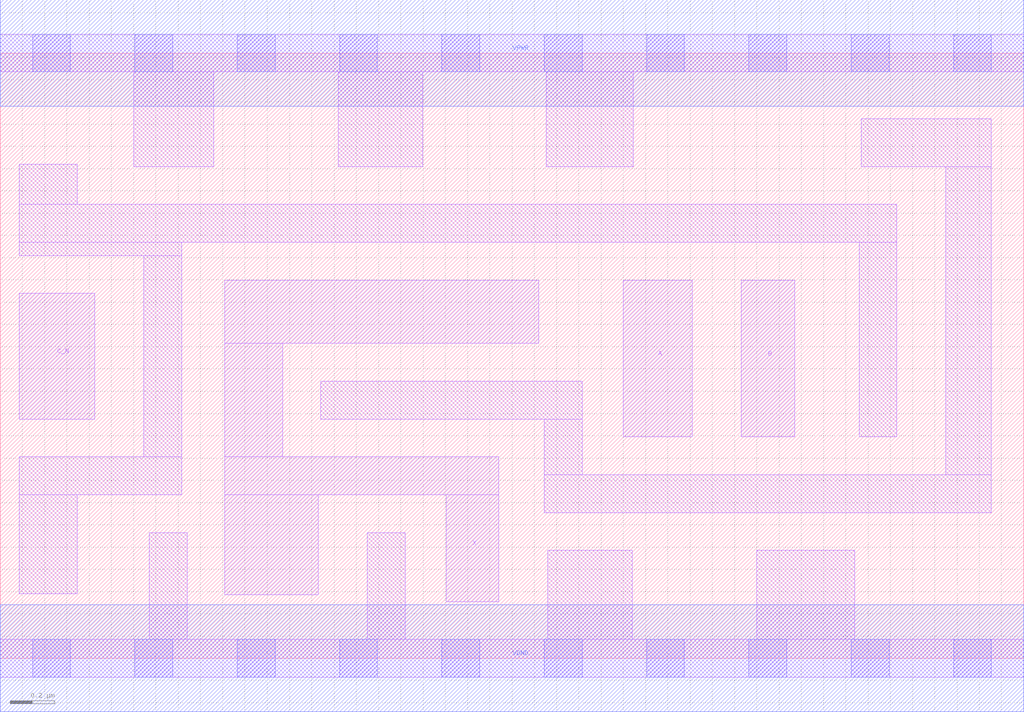
<source format=lef>
# Copyright 2020 The SkyWater PDK Authors
#
# Licensed under the Apache License, Version 2.0 (the "License");
# you may not use this file except in compliance with the License.
# You may obtain a copy of the License at
#
#     https://www.apache.org/licenses/LICENSE-2.0
#
# Unless required by applicable law or agreed to in writing, software
# distributed under the License is distributed on an "AS IS" BASIS,
# WITHOUT WARRANTIES OR CONDITIONS OF ANY KIND, either express or implied.
# See the License for the specific language governing permissions and
# limitations under the License.
#
# SPDX-License-Identifier: Apache-2.0

VERSION 5.7 ;
BUSBITCHARS "[]" ;
DIVIDERCHAR "/" ;
PROPERTYDEFINITIONS
  MACRO maskLayoutSubType STRING ;
  MACRO prCellType STRING ;
  MACRO originalViewName STRING ;
END PROPERTYDEFINITIONS
MACRO sky130_fd_sc_hdll__or3b_4
  ORIGIN  0.000000  0.000000 ;
  CLASS CORE ;
  SYMMETRY X Y R90 ;
  SIZE  4.600000 BY  2.720000 ;
  SITE unithd ;
  PIN A
    ANTENNAGATEAREA  0.277500 ;
    DIRECTION INPUT ;
    USE SIGNAL ;
    PORT
      LAYER li1 ;
        RECT 2.800000 0.995000 3.110000 1.700000 ;
    END
  END A
  PIN B
    ANTENNAGATEAREA  0.277500 ;
    DIRECTION INPUT ;
    USE SIGNAL ;
    PORT
      LAYER li1 ;
        RECT 3.330000 0.995000 3.570000 1.700000 ;
    END
  END B
  PIN C_N
    ANTENNAGATEAREA  0.138600 ;
    DIRECTION INPUT ;
    USE SIGNAL ;
    PORT
      LAYER li1 ;
        RECT 0.085000 1.075000 0.425000 1.640000 ;
    END
  END C_N
  PIN VGND
    DIRECTION INOUT ;
    USE SIGNAL ;
    PORT
      LAYER met1 ;
        RECT 0.000000 -0.240000 4.600000 0.240000 ;
    END
  END VGND
  PIN VPWR
    DIRECTION INOUT ;
    USE SIGNAL ;
    PORT
      LAYER met1 ;
        RECT 0.000000 2.480000 4.600000 2.960000 ;
    END
  END VPWR
  PIN X
    ANTENNADIFFAREA  1.028500 ;
    DIRECTION OUTPUT ;
    USE SIGNAL ;
    PORT
      LAYER li1 ;
        RECT 1.010000 0.285000 1.430000 0.735000 ;
        RECT 1.010000 0.735000 2.240000 0.905000 ;
        RECT 1.010000 0.905000 1.270000 1.415000 ;
        RECT 1.010000 1.415000 2.420000 1.700000 ;
        RECT 2.005000 0.255000 2.240000 0.735000 ;
    END
  END X
  OBS
    LAYER li1 ;
      RECT 0.000000 -0.085000 4.600000 0.085000 ;
      RECT 0.000000  2.635000 4.600000 2.805000 ;
      RECT 0.085000  0.290000 0.345000 0.735000 ;
      RECT 0.085000  0.735000 0.815000 0.905000 ;
      RECT 0.085000  1.810000 0.815000 1.870000 ;
      RECT 0.085000  1.870000 4.030000 2.040000 ;
      RECT 0.085000  2.040000 0.345000 2.220000 ;
      RECT 0.600000  2.210000 0.960000 2.635000 ;
      RECT 0.645000  0.905000 0.815000 1.810000 ;
      RECT 0.670000  0.085000 0.840000 0.565000 ;
      RECT 1.440000  1.075000 2.615000 1.245000 ;
      RECT 1.520000  2.210000 1.900000 2.635000 ;
      RECT 1.650000  0.085000 1.820000 0.565000 ;
      RECT 2.445000  0.655000 4.455000 0.825000 ;
      RECT 2.445000  0.825000 2.615000 1.075000 ;
      RECT 2.455000  2.210000 2.845000 2.635000 ;
      RECT 2.460000  0.085000 2.840000 0.485000 ;
      RECT 3.400000  0.085000 3.840000 0.485000 ;
      RECT 3.860000  0.995000 4.030000 1.870000 ;
      RECT 3.870000  2.210000 4.455000 2.425000 ;
      RECT 4.250000  0.825000 4.455000 2.210000 ;
    LAYER mcon ;
      RECT 0.145000 -0.085000 0.315000 0.085000 ;
      RECT 0.145000  2.635000 0.315000 2.805000 ;
      RECT 0.605000 -0.085000 0.775000 0.085000 ;
      RECT 0.605000  2.635000 0.775000 2.805000 ;
      RECT 1.065000 -0.085000 1.235000 0.085000 ;
      RECT 1.065000  2.635000 1.235000 2.805000 ;
      RECT 1.525000 -0.085000 1.695000 0.085000 ;
      RECT 1.525000  2.635000 1.695000 2.805000 ;
      RECT 1.985000 -0.085000 2.155000 0.085000 ;
      RECT 1.985000  2.635000 2.155000 2.805000 ;
      RECT 2.445000 -0.085000 2.615000 0.085000 ;
      RECT 2.445000  2.635000 2.615000 2.805000 ;
      RECT 2.905000 -0.085000 3.075000 0.085000 ;
      RECT 2.905000  2.635000 3.075000 2.805000 ;
      RECT 3.365000 -0.085000 3.535000 0.085000 ;
      RECT 3.365000  2.635000 3.535000 2.805000 ;
      RECT 3.825000 -0.085000 3.995000 0.085000 ;
      RECT 3.825000  2.635000 3.995000 2.805000 ;
      RECT 4.285000 -0.085000 4.455000 0.085000 ;
      RECT 4.285000  2.635000 4.455000 2.805000 ;
  END
  PROPERTY maskLayoutSubType "abstract" ;
  PROPERTY prCellType "standard" ;
  PROPERTY originalViewName "layout" ;
END sky130_fd_sc_hdll__or3b_4

</source>
